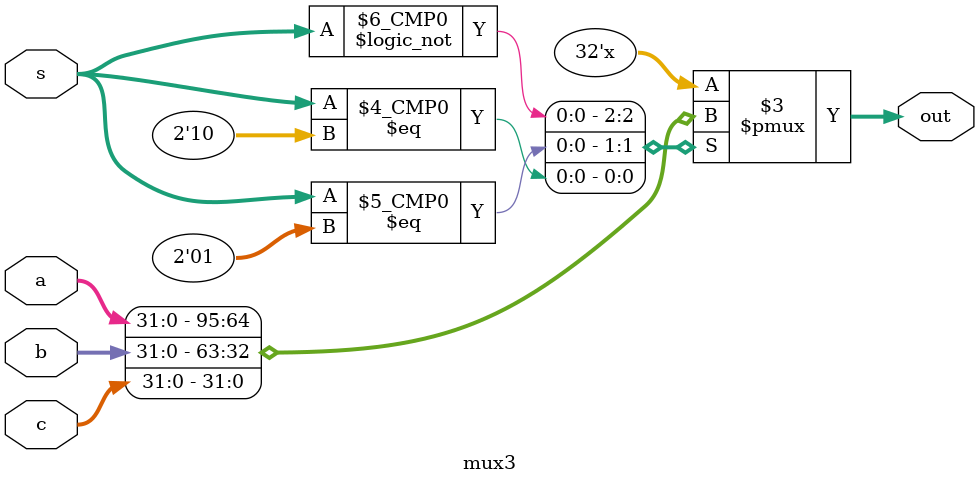
<source format=v>
module mux3(a,b,c,s,out);
input [31:0] a,b,c;
input [1:0] s;
output [31:0] out;
reg [31:0] out;

always@(a or b or c or s)
begin
case(s)
2'b00: out = a;
2'b01: out = b;
2'b10: out = c;
default: out = 32'bx;
endcase
end
endmodule

</source>
